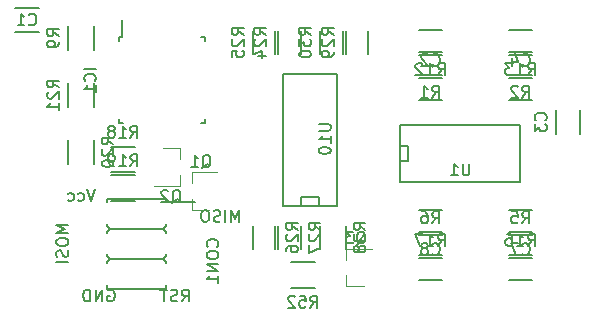
<source format=gbr>
G04 #@! TF.FileFunction,Legend,Bot*
%FSLAX46Y46*%
G04 Gerber Fmt 4.6, Leading zero omitted, Abs format (unit mm)*
G04 Created by KiCad (PCBNEW 4.0.5+dfsg1-4) date Sun Sep  9 21:55:47 2018*
%MOMM*%
%LPD*%
G01*
G04 APERTURE LIST*
%ADD10C,0.100000*%
%ADD11C,0.200000*%
%ADD12C,0.150000*%
%ADD13C,0.120000*%
G04 APERTURE END LIST*
D10*
D11*
X53514428Y-39949381D02*
X53514428Y-38949381D01*
X53181094Y-39663667D01*
X52847761Y-38949381D01*
X52847761Y-39949381D01*
X52371571Y-39949381D02*
X52371571Y-38949381D01*
X51943000Y-39901762D02*
X51800143Y-39949381D01*
X51562047Y-39949381D01*
X51466809Y-39901762D01*
X51419190Y-39854143D01*
X51371571Y-39758905D01*
X51371571Y-39663667D01*
X51419190Y-39568429D01*
X51466809Y-39520810D01*
X51562047Y-39473190D01*
X51752524Y-39425571D01*
X51847762Y-39377952D01*
X51895381Y-39330333D01*
X51943000Y-39235095D01*
X51943000Y-39139857D01*
X51895381Y-39044619D01*
X51847762Y-38997000D01*
X51752524Y-38949381D01*
X51514428Y-38949381D01*
X51371571Y-38997000D01*
X50752524Y-38949381D02*
X50562047Y-38949381D01*
X50466809Y-38997000D01*
X50371571Y-39092238D01*
X50323952Y-39282714D01*
X50323952Y-39616048D01*
X50371571Y-39806524D01*
X50466809Y-39901762D01*
X50562047Y-39949381D01*
X50752524Y-39949381D01*
X50847762Y-39901762D01*
X50943000Y-39806524D01*
X50990619Y-39616048D01*
X50990619Y-39282714D01*
X50943000Y-39092238D01*
X50847762Y-38997000D01*
X50752524Y-38949381D01*
X39060381Y-40211572D02*
X38060381Y-40211572D01*
X38774667Y-40544906D01*
X38060381Y-40878239D01*
X39060381Y-40878239D01*
X38060381Y-41544905D02*
X38060381Y-41735382D01*
X38108000Y-41830620D01*
X38203238Y-41925858D01*
X38393714Y-41973477D01*
X38727048Y-41973477D01*
X38917524Y-41925858D01*
X39012762Y-41830620D01*
X39060381Y-41735382D01*
X39060381Y-41544905D01*
X39012762Y-41449667D01*
X38917524Y-41354429D01*
X38727048Y-41306810D01*
X38393714Y-41306810D01*
X38203238Y-41354429D01*
X38108000Y-41449667D01*
X38060381Y-41544905D01*
X39012762Y-42354429D02*
X39060381Y-42497286D01*
X39060381Y-42735382D01*
X39012762Y-42830620D01*
X38965143Y-42878239D01*
X38869905Y-42925858D01*
X38774667Y-42925858D01*
X38679429Y-42878239D01*
X38631810Y-42830620D01*
X38584190Y-42735382D01*
X38536571Y-42544905D01*
X38488952Y-42449667D01*
X38441333Y-42402048D01*
X38346095Y-42354429D01*
X38250857Y-42354429D01*
X38155619Y-42402048D01*
X38108000Y-42449667D01*
X38060381Y-42544905D01*
X38060381Y-42783001D01*
X38108000Y-42925858D01*
X39060381Y-43354429D02*
X38060381Y-43354429D01*
X41322476Y-37171381D02*
X40989143Y-38171381D01*
X40655809Y-37171381D01*
X39893904Y-38123762D02*
X39989142Y-38171381D01*
X40179619Y-38171381D01*
X40274857Y-38123762D01*
X40322476Y-38076143D01*
X40370095Y-37980905D01*
X40370095Y-37695190D01*
X40322476Y-37599952D01*
X40274857Y-37552333D01*
X40179619Y-37504714D01*
X39989142Y-37504714D01*
X39893904Y-37552333D01*
X39036761Y-38123762D02*
X39131999Y-38171381D01*
X39322476Y-38171381D01*
X39417714Y-38123762D01*
X39465333Y-38076143D01*
X39512952Y-37980905D01*
X39512952Y-37695190D01*
X39465333Y-37599952D01*
X39417714Y-37552333D01*
X39322476Y-37504714D01*
X39131999Y-37504714D01*
X39036761Y-37552333D01*
X48680619Y-46680381D02*
X49013953Y-46204190D01*
X49252048Y-46680381D02*
X49252048Y-45680381D01*
X48871095Y-45680381D01*
X48775857Y-45728000D01*
X48728238Y-45775619D01*
X48680619Y-45870857D01*
X48680619Y-46013714D01*
X48728238Y-46108952D01*
X48775857Y-46156571D01*
X48871095Y-46204190D01*
X49252048Y-46204190D01*
X48299667Y-46632762D02*
X48156810Y-46680381D01*
X47918714Y-46680381D01*
X47823476Y-46632762D01*
X47775857Y-46585143D01*
X47728238Y-46489905D01*
X47728238Y-46394667D01*
X47775857Y-46299429D01*
X47823476Y-46251810D01*
X47918714Y-46204190D01*
X48109191Y-46156571D01*
X48204429Y-46108952D01*
X48252048Y-46061333D01*
X48299667Y-45966095D01*
X48299667Y-45870857D01*
X48252048Y-45775619D01*
X48204429Y-45728000D01*
X48109191Y-45680381D01*
X47871095Y-45680381D01*
X47728238Y-45728000D01*
X47442524Y-45680381D02*
X46871095Y-45680381D01*
X47156810Y-46680381D02*
X47156810Y-45680381D01*
X42417904Y-45728000D02*
X42513142Y-45680381D01*
X42655999Y-45680381D01*
X42798857Y-45728000D01*
X42894095Y-45823238D01*
X42941714Y-45918476D01*
X42989333Y-46108952D01*
X42989333Y-46251810D01*
X42941714Y-46442286D01*
X42894095Y-46537524D01*
X42798857Y-46632762D01*
X42655999Y-46680381D01*
X42560761Y-46680381D01*
X42417904Y-46632762D01*
X42370285Y-46585143D01*
X42370285Y-46251810D01*
X42560761Y-46251810D01*
X41941714Y-46680381D02*
X41941714Y-45680381D01*
X41370285Y-46680381D01*
X41370285Y-45680381D01*
X40894095Y-46680381D02*
X40894095Y-45680381D01*
X40656000Y-45680381D01*
X40513142Y-45728000D01*
X40417904Y-45823238D01*
X40370285Y-45918476D01*
X40322666Y-46108952D01*
X40322666Y-46251810D01*
X40370285Y-46442286D01*
X40417904Y-46537524D01*
X40513142Y-46632762D01*
X40656000Y-46680381D01*
X40894095Y-46680381D01*
D12*
X43365000Y-24315000D02*
X43590000Y-24315000D01*
X43365000Y-31565000D02*
X43690000Y-31565000D01*
X50615000Y-31565000D02*
X50290000Y-31565000D01*
X50615000Y-24315000D02*
X50290000Y-24315000D01*
X43365000Y-24315000D02*
X43365000Y-24640000D01*
X50615000Y-24315000D02*
X50615000Y-24640000D01*
X50615000Y-31565000D02*
X50615000Y-31240000D01*
X43365000Y-31565000D02*
X43365000Y-31240000D01*
X43590000Y-24315000D02*
X43590000Y-22890000D01*
X68723000Y-44890000D02*
X70723000Y-44890000D01*
X70723000Y-42740000D02*
X68723000Y-42740000D01*
X36560000Y-23885000D02*
X34560000Y-23885000D01*
X34560000Y-21835000D02*
X36560000Y-21835000D01*
X68723000Y-27550000D02*
X70723000Y-27550000D01*
X70723000Y-29600000D02*
X68723000Y-29600000D01*
X80382000Y-32496000D02*
X80382000Y-30496000D01*
X82432000Y-30496000D02*
X82432000Y-32496000D01*
X76343000Y-27550000D02*
X78343000Y-27550000D01*
X78343000Y-29600000D02*
X76343000Y-29600000D01*
X78343000Y-41030000D02*
X76343000Y-41030000D01*
X76343000Y-38980000D02*
X78343000Y-38980000D01*
X70723000Y-41030000D02*
X68723000Y-41030000D01*
X68723000Y-38980000D02*
X70723000Y-38980000D01*
X47331000Y-38283000D02*
X49756000Y-38283000D01*
X47081000Y-40513000D02*
X42581000Y-40513000D01*
X42331000Y-45593000D02*
X42331000Y-45313000D01*
X42331000Y-45593000D02*
X47331000Y-45593000D01*
X47331000Y-45593000D02*
X47331000Y-45313000D01*
X47331000Y-37973000D02*
X47331000Y-38253000D01*
X42331000Y-37973000D02*
X47331000Y-37973000D01*
X42331000Y-40132000D02*
X42331000Y-40259000D01*
X42331000Y-40259000D02*
X42585000Y-40513000D01*
X42585000Y-40513000D02*
X42331000Y-40767000D01*
X42331000Y-40767000D02*
X42331000Y-40894000D01*
X42331000Y-37973000D02*
X42331000Y-38253000D01*
X42331000Y-42672000D02*
X42331000Y-42799000D01*
X47331000Y-40894000D02*
X47331000Y-40767000D01*
X42585000Y-43053000D02*
X42331000Y-43307000D01*
X47077000Y-40513000D02*
X47331000Y-40259000D01*
X42331000Y-43307000D02*
X42331000Y-43434000D01*
X47331000Y-40259000D02*
X47331000Y-40132000D01*
X42331000Y-42799000D02*
X42585000Y-43053000D01*
X47331000Y-40767000D02*
X47077000Y-40513000D01*
X47331000Y-43434000D02*
X47331000Y-43307000D01*
X47331000Y-42799000D02*
X47331000Y-42672000D01*
X47077000Y-43053000D02*
X47331000Y-42799000D01*
X47331000Y-43307000D02*
X47077000Y-43053000D01*
X47081000Y-43053000D02*
X42581000Y-43053000D01*
D13*
X49532000Y-38918000D02*
X49532000Y-37988000D01*
X49532000Y-35758000D02*
X49532000Y-36688000D01*
X49532000Y-35758000D02*
X51692000Y-35758000D01*
X49532000Y-38918000D02*
X50992000Y-38918000D01*
X48512000Y-33726000D02*
X48512000Y-34656000D01*
X48512000Y-36886000D02*
X48512000Y-35956000D01*
X48512000Y-36886000D02*
X46352000Y-36886000D01*
X48512000Y-33726000D02*
X47052000Y-33726000D01*
X62613000Y-45395000D02*
X62613000Y-44465000D01*
X62613000Y-42235000D02*
X62613000Y-43165000D01*
X62613000Y-42235000D02*
X64773000Y-42235000D01*
X62613000Y-45395000D02*
X64073000Y-45395000D01*
D12*
X70723000Y-25595000D02*
X68723000Y-25595000D01*
X68723000Y-27745000D02*
X70723000Y-27745000D01*
X78343000Y-25595000D02*
X76343000Y-25595000D01*
X76343000Y-27745000D02*
X78343000Y-27745000D01*
X76343000Y-42985000D02*
X78343000Y-42985000D01*
X78343000Y-40835000D02*
X76343000Y-40835000D01*
X68723000Y-42985000D02*
X70723000Y-42985000D01*
X70723000Y-40835000D02*
X68723000Y-40835000D01*
X41207000Y-25384000D02*
X41207000Y-23384000D01*
X39057000Y-23384000D02*
X39057000Y-25384000D01*
X70723000Y-23690000D02*
X68723000Y-23690000D01*
X68723000Y-25840000D02*
X70723000Y-25840000D01*
X78343000Y-23690000D02*
X76343000Y-23690000D01*
X76343000Y-25840000D02*
X78343000Y-25840000D01*
X76343000Y-44890000D02*
X78343000Y-44890000D01*
X78343000Y-42740000D02*
X76343000Y-42740000D01*
X42688000Y-35746000D02*
X44688000Y-35746000D01*
X44688000Y-33596000D02*
X42688000Y-33596000D01*
X42688000Y-38159000D02*
X44688000Y-38159000D01*
X44688000Y-36009000D02*
X42688000Y-36009000D01*
X39057000Y-33036000D02*
X39057000Y-35036000D01*
X41207000Y-35036000D02*
X41207000Y-33036000D01*
X41207000Y-30210000D02*
X41207000Y-28210000D01*
X39057000Y-28210000D02*
X39057000Y-30210000D01*
X58733000Y-25765000D02*
X58733000Y-23765000D01*
X56583000Y-23765000D02*
X56583000Y-25765000D01*
X56828000Y-25765000D02*
X56828000Y-23765000D01*
X54678000Y-23765000D02*
X54678000Y-25765000D01*
X54678000Y-40275000D02*
X54678000Y-42275000D01*
X56828000Y-42275000D02*
X56828000Y-40275000D01*
X56583000Y-40275000D02*
X56583000Y-42275000D01*
X58733000Y-42275000D02*
X58733000Y-40275000D01*
X60393000Y-40275000D02*
X60393000Y-42275000D01*
X62543000Y-42275000D02*
X62543000Y-40275000D01*
X64448000Y-25765000D02*
X64448000Y-23765000D01*
X62298000Y-23765000D02*
X62298000Y-25765000D01*
X62543000Y-25765000D02*
X62543000Y-23765000D01*
X60393000Y-23765000D02*
X60393000Y-25765000D01*
X59928000Y-43375000D02*
X57928000Y-43375000D01*
X57928000Y-45525000D02*
X59928000Y-45525000D01*
X77343000Y-36576000D02*
X77343000Y-31750000D01*
X77343000Y-31750000D02*
X67183000Y-31750000D01*
X67183000Y-31750000D02*
X67183000Y-36576000D01*
X67183000Y-36576000D02*
X77343000Y-36576000D01*
X67183000Y-34798000D02*
X67818000Y-34798000D01*
X67818000Y-34798000D02*
X67818000Y-33528000D01*
X67818000Y-33528000D02*
X67183000Y-33528000D01*
X60325000Y-38608000D02*
X60325000Y-37846000D01*
X60325000Y-37846000D02*
X58801000Y-37846000D01*
X58801000Y-37846000D02*
X58801000Y-38608000D01*
X61849000Y-27432000D02*
X57277000Y-27432000D01*
X57277000Y-27432000D02*
X57277000Y-38608000D01*
X57277000Y-38608000D02*
X61849000Y-38608000D01*
X61849000Y-38608000D02*
X61849000Y-27432000D01*
X41392381Y-26963810D02*
X40392381Y-26963810D01*
X41297143Y-28011429D02*
X41344762Y-27963810D01*
X41392381Y-27820953D01*
X41392381Y-27725715D01*
X41344762Y-27582857D01*
X41249524Y-27487619D01*
X41154286Y-27440000D01*
X40963810Y-27392381D01*
X40820952Y-27392381D01*
X40630476Y-27440000D01*
X40535238Y-27487619D01*
X40440000Y-27582857D01*
X40392381Y-27725715D01*
X40392381Y-27820953D01*
X40440000Y-27963810D01*
X40487619Y-28011429D01*
X41392381Y-28963810D02*
X41392381Y-28392381D01*
X41392381Y-28678095D02*
X40392381Y-28678095D01*
X40535238Y-28582857D01*
X40630476Y-28487619D01*
X40678095Y-28392381D01*
X70365857Y-41967381D02*
X70699191Y-41491190D01*
X70937286Y-41967381D02*
X70937286Y-40967381D01*
X70556333Y-40967381D01*
X70461095Y-41015000D01*
X70413476Y-41062619D01*
X70365857Y-41157857D01*
X70365857Y-41300714D01*
X70413476Y-41395952D01*
X70461095Y-41443571D01*
X70556333Y-41491190D01*
X70937286Y-41491190D01*
X69413476Y-41967381D02*
X69984905Y-41967381D01*
X69699191Y-41967381D02*
X69699191Y-40967381D01*
X69794429Y-41110238D01*
X69889667Y-41205476D01*
X69984905Y-41253095D01*
X69080143Y-40967381D02*
X68413476Y-40967381D01*
X68842048Y-41967381D01*
X35726666Y-23217143D02*
X35774285Y-23264762D01*
X35917142Y-23312381D01*
X36012380Y-23312381D01*
X36155238Y-23264762D01*
X36250476Y-23169524D01*
X36298095Y-23074286D01*
X36345714Y-22883810D01*
X36345714Y-22740952D01*
X36298095Y-22550476D01*
X36250476Y-22455238D01*
X36155238Y-22360000D01*
X36012380Y-22312381D01*
X35917142Y-22312381D01*
X35774285Y-22360000D01*
X35726666Y-22407619D01*
X34774285Y-23312381D02*
X35345714Y-23312381D01*
X35060000Y-23312381D02*
X35060000Y-22312381D01*
X35155238Y-22455238D01*
X35250476Y-22550476D01*
X35345714Y-22598095D01*
X69889666Y-26632143D02*
X69937285Y-26679762D01*
X70080142Y-26727381D01*
X70175380Y-26727381D01*
X70318238Y-26679762D01*
X70413476Y-26584524D01*
X70461095Y-26489286D01*
X70508714Y-26298810D01*
X70508714Y-26155952D01*
X70461095Y-25965476D01*
X70413476Y-25870238D01*
X70318238Y-25775000D01*
X70175380Y-25727381D01*
X70080142Y-25727381D01*
X69937285Y-25775000D01*
X69889666Y-25822619D01*
X69508714Y-25822619D02*
X69461095Y-25775000D01*
X69365857Y-25727381D01*
X69127761Y-25727381D01*
X69032523Y-25775000D01*
X68984904Y-25822619D01*
X68937285Y-25917857D01*
X68937285Y-26013095D01*
X68984904Y-26155952D01*
X69556333Y-26727381D01*
X68937285Y-26727381D01*
X79464143Y-31329334D02*
X79511762Y-31281715D01*
X79559381Y-31138858D01*
X79559381Y-31043620D01*
X79511762Y-30900762D01*
X79416524Y-30805524D01*
X79321286Y-30757905D01*
X79130810Y-30710286D01*
X78987952Y-30710286D01*
X78797476Y-30757905D01*
X78702238Y-30805524D01*
X78607000Y-30900762D01*
X78559381Y-31043620D01*
X78559381Y-31138858D01*
X78607000Y-31281715D01*
X78654619Y-31329334D01*
X78559381Y-31662667D02*
X78559381Y-32281715D01*
X78940333Y-31948381D01*
X78940333Y-32091239D01*
X78987952Y-32186477D01*
X79035571Y-32234096D01*
X79130810Y-32281715D01*
X79368905Y-32281715D01*
X79464143Y-32234096D01*
X79511762Y-32186477D01*
X79559381Y-32091239D01*
X79559381Y-31805524D01*
X79511762Y-31710286D01*
X79464143Y-31662667D01*
X77509666Y-26632143D02*
X77557285Y-26679762D01*
X77700142Y-26727381D01*
X77795380Y-26727381D01*
X77938238Y-26679762D01*
X78033476Y-26584524D01*
X78081095Y-26489286D01*
X78128714Y-26298810D01*
X78128714Y-26155952D01*
X78081095Y-25965476D01*
X78033476Y-25870238D01*
X77938238Y-25775000D01*
X77795380Y-25727381D01*
X77700142Y-25727381D01*
X77557285Y-25775000D01*
X77509666Y-25822619D01*
X76652523Y-26060714D02*
X76652523Y-26727381D01*
X76890619Y-25679762D02*
X77128714Y-26394048D01*
X76509666Y-26394048D01*
X77509666Y-42662143D02*
X77557285Y-42709762D01*
X77700142Y-42757381D01*
X77795380Y-42757381D01*
X77938238Y-42709762D01*
X78033476Y-42614524D01*
X78081095Y-42519286D01*
X78128714Y-42328810D01*
X78128714Y-42185952D01*
X78081095Y-41995476D01*
X78033476Y-41900238D01*
X77938238Y-41805000D01*
X77795380Y-41757381D01*
X77700142Y-41757381D01*
X77557285Y-41805000D01*
X77509666Y-41852619D01*
X77176333Y-41757381D02*
X76509666Y-41757381D01*
X76938238Y-42757381D01*
X69889666Y-42662143D02*
X69937285Y-42709762D01*
X70080142Y-42757381D01*
X70175380Y-42757381D01*
X70318238Y-42709762D01*
X70413476Y-42614524D01*
X70461095Y-42519286D01*
X70508714Y-42328810D01*
X70508714Y-42185952D01*
X70461095Y-41995476D01*
X70413476Y-41900238D01*
X70318238Y-41805000D01*
X70175380Y-41757381D01*
X70080142Y-41757381D01*
X69937285Y-41805000D01*
X69889666Y-41852619D01*
X69318238Y-42185952D02*
X69413476Y-42138333D01*
X69461095Y-42090714D01*
X69508714Y-41995476D01*
X69508714Y-41947857D01*
X69461095Y-41852619D01*
X69413476Y-41805000D01*
X69318238Y-41757381D01*
X69127761Y-41757381D01*
X69032523Y-41805000D01*
X68984904Y-41852619D01*
X68937285Y-41947857D01*
X68937285Y-41995476D01*
X68984904Y-42090714D01*
X69032523Y-42138333D01*
X69127761Y-42185952D01*
X69318238Y-42185952D01*
X69413476Y-42233571D01*
X69461095Y-42281190D01*
X69508714Y-42376429D01*
X69508714Y-42566905D01*
X69461095Y-42662143D01*
X69413476Y-42709762D01*
X69318238Y-42757381D01*
X69127761Y-42757381D01*
X69032523Y-42709762D01*
X68984904Y-42662143D01*
X68937285Y-42566905D01*
X68937285Y-42376429D01*
X68984904Y-42281190D01*
X69032523Y-42233571D01*
X69127761Y-42185952D01*
X51688143Y-42038715D02*
X51735762Y-41991096D01*
X51783381Y-41848239D01*
X51783381Y-41753001D01*
X51735762Y-41610143D01*
X51640524Y-41514905D01*
X51545286Y-41467286D01*
X51354810Y-41419667D01*
X51211952Y-41419667D01*
X51021476Y-41467286D01*
X50926238Y-41514905D01*
X50831000Y-41610143D01*
X50783381Y-41753001D01*
X50783381Y-41848239D01*
X50831000Y-41991096D01*
X50878619Y-42038715D01*
X50783381Y-42657762D02*
X50783381Y-42848239D01*
X50831000Y-42943477D01*
X50926238Y-43038715D01*
X51116714Y-43086334D01*
X51450048Y-43086334D01*
X51640524Y-43038715D01*
X51735762Y-42943477D01*
X51783381Y-42848239D01*
X51783381Y-42657762D01*
X51735762Y-42562524D01*
X51640524Y-42467286D01*
X51450048Y-42419667D01*
X51116714Y-42419667D01*
X50926238Y-42467286D01*
X50831000Y-42562524D01*
X50783381Y-42657762D01*
X51783381Y-43514905D02*
X50783381Y-43514905D01*
X51783381Y-44086334D01*
X50783381Y-44086334D01*
X51783381Y-45086334D02*
X51783381Y-44514905D01*
X51783381Y-44800619D02*
X50783381Y-44800619D01*
X50926238Y-44705381D01*
X51021476Y-44610143D01*
X51069095Y-44514905D01*
X50387238Y-35385619D02*
X50482476Y-35338000D01*
X50577714Y-35242762D01*
X50720571Y-35099905D01*
X50815810Y-35052286D01*
X50911048Y-35052286D01*
X50863429Y-35290381D02*
X50958667Y-35242762D01*
X51053905Y-35147524D01*
X51101524Y-34957048D01*
X51101524Y-34623714D01*
X51053905Y-34433238D01*
X50958667Y-34338000D01*
X50863429Y-34290381D01*
X50672952Y-34290381D01*
X50577714Y-34338000D01*
X50482476Y-34433238D01*
X50434857Y-34623714D01*
X50434857Y-34957048D01*
X50482476Y-35147524D01*
X50577714Y-35242762D01*
X50672952Y-35290381D01*
X50863429Y-35290381D01*
X49482476Y-35290381D02*
X50053905Y-35290381D01*
X49768191Y-35290381D02*
X49768191Y-34290381D01*
X49863429Y-34433238D01*
X49958667Y-34528476D01*
X50053905Y-34576095D01*
X47847238Y-38353619D02*
X47942476Y-38306000D01*
X48037714Y-38210762D01*
X48180571Y-38067905D01*
X48275810Y-38020286D01*
X48371048Y-38020286D01*
X48323429Y-38258381D02*
X48418667Y-38210762D01*
X48513905Y-38115524D01*
X48561524Y-37925048D01*
X48561524Y-37591714D01*
X48513905Y-37401238D01*
X48418667Y-37306000D01*
X48323429Y-37258381D01*
X48132952Y-37258381D01*
X48037714Y-37306000D01*
X47942476Y-37401238D01*
X47894857Y-37591714D01*
X47894857Y-37925048D01*
X47942476Y-38115524D01*
X48037714Y-38210762D01*
X48132952Y-38258381D01*
X48323429Y-38258381D01*
X47513905Y-37353619D02*
X47466286Y-37306000D01*
X47371048Y-37258381D01*
X47132952Y-37258381D01*
X47037714Y-37306000D01*
X46990095Y-37353619D01*
X46942476Y-37448857D01*
X46942476Y-37544095D01*
X46990095Y-37686952D01*
X47561524Y-38258381D01*
X46942476Y-38258381D01*
X63468238Y-41862619D02*
X63563476Y-41815000D01*
X63658714Y-41719762D01*
X63801571Y-41576905D01*
X63896810Y-41529286D01*
X63992048Y-41529286D01*
X63944429Y-41767381D02*
X64039667Y-41719762D01*
X64134905Y-41624524D01*
X64182524Y-41434048D01*
X64182524Y-41100714D01*
X64134905Y-40910238D01*
X64039667Y-40815000D01*
X63944429Y-40767381D01*
X63753952Y-40767381D01*
X63658714Y-40815000D01*
X63563476Y-40910238D01*
X63515857Y-41100714D01*
X63515857Y-41434048D01*
X63563476Y-41624524D01*
X63658714Y-41719762D01*
X63753952Y-41767381D01*
X63944429Y-41767381D01*
X63182524Y-40767381D02*
X62563476Y-40767381D01*
X62896810Y-41148333D01*
X62753952Y-41148333D01*
X62658714Y-41195952D01*
X62611095Y-41243571D01*
X62563476Y-41338810D01*
X62563476Y-41576905D01*
X62611095Y-41672143D01*
X62658714Y-41719762D01*
X62753952Y-41767381D01*
X63039667Y-41767381D01*
X63134905Y-41719762D01*
X63182524Y-41672143D01*
X69889666Y-29422381D02*
X70223000Y-28946190D01*
X70461095Y-29422381D02*
X70461095Y-28422381D01*
X70080142Y-28422381D01*
X69984904Y-28470000D01*
X69937285Y-28517619D01*
X69889666Y-28612857D01*
X69889666Y-28755714D01*
X69937285Y-28850952D01*
X69984904Y-28898571D01*
X70080142Y-28946190D01*
X70461095Y-28946190D01*
X68937285Y-29422381D02*
X69508714Y-29422381D01*
X69223000Y-29422381D02*
X69223000Y-28422381D01*
X69318238Y-28565238D01*
X69413476Y-28660476D01*
X69508714Y-28708095D01*
X77509666Y-29422381D02*
X77843000Y-28946190D01*
X78081095Y-29422381D02*
X78081095Y-28422381D01*
X77700142Y-28422381D01*
X77604904Y-28470000D01*
X77557285Y-28517619D01*
X77509666Y-28612857D01*
X77509666Y-28755714D01*
X77557285Y-28850952D01*
X77604904Y-28898571D01*
X77700142Y-28946190D01*
X78081095Y-28946190D01*
X77128714Y-28517619D02*
X77081095Y-28470000D01*
X76985857Y-28422381D01*
X76747761Y-28422381D01*
X76652523Y-28470000D01*
X76604904Y-28517619D01*
X76557285Y-28612857D01*
X76557285Y-28708095D01*
X76604904Y-28850952D01*
X77176333Y-29422381D01*
X76557285Y-29422381D01*
X77509666Y-40062381D02*
X77843000Y-39586190D01*
X78081095Y-40062381D02*
X78081095Y-39062381D01*
X77700142Y-39062381D01*
X77604904Y-39110000D01*
X77557285Y-39157619D01*
X77509666Y-39252857D01*
X77509666Y-39395714D01*
X77557285Y-39490952D01*
X77604904Y-39538571D01*
X77700142Y-39586190D01*
X78081095Y-39586190D01*
X76604904Y-39062381D02*
X77081095Y-39062381D01*
X77128714Y-39538571D01*
X77081095Y-39490952D01*
X76985857Y-39443333D01*
X76747761Y-39443333D01*
X76652523Y-39490952D01*
X76604904Y-39538571D01*
X76557285Y-39633810D01*
X76557285Y-39871905D01*
X76604904Y-39967143D01*
X76652523Y-40014762D01*
X76747761Y-40062381D01*
X76985857Y-40062381D01*
X77081095Y-40014762D01*
X77128714Y-39967143D01*
X69889666Y-40062381D02*
X70223000Y-39586190D01*
X70461095Y-40062381D02*
X70461095Y-39062381D01*
X70080142Y-39062381D01*
X69984904Y-39110000D01*
X69937285Y-39157619D01*
X69889666Y-39252857D01*
X69889666Y-39395714D01*
X69937285Y-39490952D01*
X69984904Y-39538571D01*
X70080142Y-39586190D01*
X70461095Y-39586190D01*
X69032523Y-39062381D02*
X69223000Y-39062381D01*
X69318238Y-39110000D01*
X69365857Y-39157619D01*
X69461095Y-39300476D01*
X69508714Y-39490952D01*
X69508714Y-39871905D01*
X69461095Y-39967143D01*
X69413476Y-40014762D01*
X69318238Y-40062381D01*
X69127761Y-40062381D01*
X69032523Y-40014762D01*
X68984904Y-39967143D01*
X68937285Y-39871905D01*
X68937285Y-39633810D01*
X68984904Y-39538571D01*
X69032523Y-39490952D01*
X69127761Y-39443333D01*
X69318238Y-39443333D01*
X69413476Y-39490952D01*
X69461095Y-39538571D01*
X69508714Y-39633810D01*
X38284381Y-24217334D02*
X37808190Y-23884000D01*
X38284381Y-23645905D02*
X37284381Y-23645905D01*
X37284381Y-24026858D01*
X37332000Y-24122096D01*
X37379619Y-24169715D01*
X37474857Y-24217334D01*
X37617714Y-24217334D01*
X37712952Y-24169715D01*
X37760571Y-24122096D01*
X37808190Y-24026858D01*
X37808190Y-23645905D01*
X38284381Y-24693524D02*
X38284381Y-24884000D01*
X38236762Y-24979239D01*
X38189143Y-25026858D01*
X38046286Y-25122096D01*
X37855810Y-25169715D01*
X37474857Y-25169715D01*
X37379619Y-25122096D01*
X37332000Y-25074477D01*
X37284381Y-24979239D01*
X37284381Y-24788762D01*
X37332000Y-24693524D01*
X37379619Y-24645905D01*
X37474857Y-24598286D01*
X37712952Y-24598286D01*
X37808190Y-24645905D01*
X37855810Y-24693524D01*
X37903429Y-24788762D01*
X37903429Y-24979239D01*
X37855810Y-25074477D01*
X37808190Y-25122096D01*
X37712952Y-25169715D01*
X70365857Y-27517381D02*
X70699191Y-27041190D01*
X70937286Y-27517381D02*
X70937286Y-26517381D01*
X70556333Y-26517381D01*
X70461095Y-26565000D01*
X70413476Y-26612619D01*
X70365857Y-26707857D01*
X70365857Y-26850714D01*
X70413476Y-26945952D01*
X70461095Y-26993571D01*
X70556333Y-27041190D01*
X70937286Y-27041190D01*
X69413476Y-27517381D02*
X69984905Y-27517381D01*
X69699191Y-27517381D02*
X69699191Y-26517381D01*
X69794429Y-26660238D01*
X69889667Y-26755476D01*
X69984905Y-26803095D01*
X69032524Y-26612619D02*
X68984905Y-26565000D01*
X68889667Y-26517381D01*
X68651571Y-26517381D01*
X68556333Y-26565000D01*
X68508714Y-26612619D01*
X68461095Y-26707857D01*
X68461095Y-26803095D01*
X68508714Y-26945952D01*
X69080143Y-27517381D01*
X68461095Y-27517381D01*
X77985857Y-27517381D02*
X78319191Y-27041190D01*
X78557286Y-27517381D02*
X78557286Y-26517381D01*
X78176333Y-26517381D01*
X78081095Y-26565000D01*
X78033476Y-26612619D01*
X77985857Y-26707857D01*
X77985857Y-26850714D01*
X78033476Y-26945952D01*
X78081095Y-26993571D01*
X78176333Y-27041190D01*
X78557286Y-27041190D01*
X77033476Y-27517381D02*
X77604905Y-27517381D01*
X77319191Y-27517381D02*
X77319191Y-26517381D01*
X77414429Y-26660238D01*
X77509667Y-26755476D01*
X77604905Y-26803095D01*
X76700143Y-26517381D02*
X76081095Y-26517381D01*
X76414429Y-26898333D01*
X76271571Y-26898333D01*
X76176333Y-26945952D01*
X76128714Y-26993571D01*
X76081095Y-27088810D01*
X76081095Y-27326905D01*
X76128714Y-27422143D01*
X76176333Y-27469762D01*
X76271571Y-27517381D01*
X76557286Y-27517381D01*
X76652524Y-27469762D01*
X76700143Y-27422143D01*
X77985857Y-41967381D02*
X78319191Y-41491190D01*
X78557286Y-41967381D02*
X78557286Y-40967381D01*
X78176333Y-40967381D01*
X78081095Y-41015000D01*
X78033476Y-41062619D01*
X77985857Y-41157857D01*
X77985857Y-41300714D01*
X78033476Y-41395952D01*
X78081095Y-41443571D01*
X78176333Y-41491190D01*
X78557286Y-41491190D01*
X77033476Y-41967381D02*
X77604905Y-41967381D01*
X77319191Y-41967381D02*
X77319191Y-40967381D01*
X77414429Y-41110238D01*
X77509667Y-41205476D01*
X77604905Y-41253095D01*
X76176333Y-40967381D02*
X76366810Y-40967381D01*
X76462048Y-41015000D01*
X76509667Y-41062619D01*
X76604905Y-41205476D01*
X76652524Y-41395952D01*
X76652524Y-41776905D01*
X76604905Y-41872143D01*
X76557286Y-41919762D01*
X76462048Y-41967381D01*
X76271571Y-41967381D01*
X76176333Y-41919762D01*
X76128714Y-41872143D01*
X76081095Y-41776905D01*
X76081095Y-41538810D01*
X76128714Y-41443571D01*
X76176333Y-41395952D01*
X76271571Y-41348333D01*
X76462048Y-41348333D01*
X76557286Y-41395952D01*
X76604905Y-41443571D01*
X76652524Y-41538810D01*
X44330857Y-32823381D02*
X44664191Y-32347190D01*
X44902286Y-32823381D02*
X44902286Y-31823381D01*
X44521333Y-31823381D01*
X44426095Y-31871000D01*
X44378476Y-31918619D01*
X44330857Y-32013857D01*
X44330857Y-32156714D01*
X44378476Y-32251952D01*
X44426095Y-32299571D01*
X44521333Y-32347190D01*
X44902286Y-32347190D01*
X43378476Y-32823381D02*
X43949905Y-32823381D01*
X43664191Y-32823381D02*
X43664191Y-31823381D01*
X43759429Y-31966238D01*
X43854667Y-32061476D01*
X43949905Y-32109095D01*
X42807048Y-32251952D02*
X42902286Y-32204333D01*
X42949905Y-32156714D01*
X42997524Y-32061476D01*
X42997524Y-32013857D01*
X42949905Y-31918619D01*
X42902286Y-31871000D01*
X42807048Y-31823381D01*
X42616571Y-31823381D01*
X42521333Y-31871000D01*
X42473714Y-31918619D01*
X42426095Y-32013857D01*
X42426095Y-32061476D01*
X42473714Y-32156714D01*
X42521333Y-32204333D01*
X42616571Y-32251952D01*
X42807048Y-32251952D01*
X42902286Y-32299571D01*
X42949905Y-32347190D01*
X42997524Y-32442429D01*
X42997524Y-32632905D01*
X42949905Y-32728143D01*
X42902286Y-32775762D01*
X42807048Y-32823381D01*
X42616571Y-32823381D01*
X42521333Y-32775762D01*
X42473714Y-32728143D01*
X42426095Y-32632905D01*
X42426095Y-32442429D01*
X42473714Y-32347190D01*
X42521333Y-32299571D01*
X42616571Y-32251952D01*
X44330857Y-35236381D02*
X44664191Y-34760190D01*
X44902286Y-35236381D02*
X44902286Y-34236381D01*
X44521333Y-34236381D01*
X44426095Y-34284000D01*
X44378476Y-34331619D01*
X44330857Y-34426857D01*
X44330857Y-34569714D01*
X44378476Y-34664952D01*
X44426095Y-34712571D01*
X44521333Y-34760190D01*
X44902286Y-34760190D01*
X43378476Y-35236381D02*
X43949905Y-35236381D01*
X43664191Y-35236381D02*
X43664191Y-34236381D01*
X43759429Y-34379238D01*
X43854667Y-34474476D01*
X43949905Y-34522095D01*
X42902286Y-35236381D02*
X42711810Y-35236381D01*
X42616571Y-35188762D01*
X42568952Y-35141143D01*
X42473714Y-34998286D01*
X42426095Y-34807810D01*
X42426095Y-34426857D01*
X42473714Y-34331619D01*
X42521333Y-34284000D01*
X42616571Y-34236381D01*
X42807048Y-34236381D01*
X42902286Y-34284000D01*
X42949905Y-34331619D01*
X42997524Y-34426857D01*
X42997524Y-34664952D01*
X42949905Y-34760190D01*
X42902286Y-34807810D01*
X42807048Y-34855429D01*
X42616571Y-34855429D01*
X42521333Y-34807810D01*
X42473714Y-34760190D01*
X42426095Y-34664952D01*
X42884381Y-33393143D02*
X42408190Y-33059809D01*
X42884381Y-32821714D02*
X41884381Y-32821714D01*
X41884381Y-33202667D01*
X41932000Y-33297905D01*
X41979619Y-33345524D01*
X42074857Y-33393143D01*
X42217714Y-33393143D01*
X42312952Y-33345524D01*
X42360571Y-33297905D01*
X42408190Y-33202667D01*
X42408190Y-32821714D01*
X41979619Y-33774095D02*
X41932000Y-33821714D01*
X41884381Y-33916952D01*
X41884381Y-34155048D01*
X41932000Y-34250286D01*
X41979619Y-34297905D01*
X42074857Y-34345524D01*
X42170095Y-34345524D01*
X42312952Y-34297905D01*
X42884381Y-33726476D01*
X42884381Y-34345524D01*
X41884381Y-34964571D02*
X41884381Y-35059810D01*
X41932000Y-35155048D01*
X41979619Y-35202667D01*
X42074857Y-35250286D01*
X42265333Y-35297905D01*
X42503429Y-35297905D01*
X42693905Y-35250286D01*
X42789143Y-35202667D01*
X42836762Y-35155048D01*
X42884381Y-35059810D01*
X42884381Y-34964571D01*
X42836762Y-34869333D01*
X42789143Y-34821714D01*
X42693905Y-34774095D01*
X42503429Y-34726476D01*
X42265333Y-34726476D01*
X42074857Y-34774095D01*
X41979619Y-34821714D01*
X41932000Y-34869333D01*
X41884381Y-34964571D01*
X38284381Y-28567143D02*
X37808190Y-28233809D01*
X38284381Y-27995714D02*
X37284381Y-27995714D01*
X37284381Y-28376667D01*
X37332000Y-28471905D01*
X37379619Y-28519524D01*
X37474857Y-28567143D01*
X37617714Y-28567143D01*
X37712952Y-28519524D01*
X37760571Y-28471905D01*
X37808190Y-28376667D01*
X37808190Y-27995714D01*
X37379619Y-28948095D02*
X37332000Y-28995714D01*
X37284381Y-29090952D01*
X37284381Y-29329048D01*
X37332000Y-29424286D01*
X37379619Y-29471905D01*
X37474857Y-29519524D01*
X37570095Y-29519524D01*
X37712952Y-29471905D01*
X38284381Y-28900476D01*
X38284381Y-29519524D01*
X38284381Y-30471905D02*
X38284381Y-29900476D01*
X38284381Y-30186190D02*
X37284381Y-30186190D01*
X37427238Y-30090952D01*
X37522476Y-29995714D01*
X37570095Y-29900476D01*
X55810381Y-24122143D02*
X55334190Y-23788809D01*
X55810381Y-23550714D02*
X54810381Y-23550714D01*
X54810381Y-23931667D01*
X54858000Y-24026905D01*
X54905619Y-24074524D01*
X55000857Y-24122143D01*
X55143714Y-24122143D01*
X55238952Y-24074524D01*
X55286571Y-24026905D01*
X55334190Y-23931667D01*
X55334190Y-23550714D01*
X54905619Y-24503095D02*
X54858000Y-24550714D01*
X54810381Y-24645952D01*
X54810381Y-24884048D01*
X54858000Y-24979286D01*
X54905619Y-25026905D01*
X55000857Y-25074524D01*
X55096095Y-25074524D01*
X55238952Y-25026905D01*
X55810381Y-24455476D01*
X55810381Y-25074524D01*
X55143714Y-25931667D02*
X55810381Y-25931667D01*
X54762762Y-25693571D02*
X55477048Y-25455476D01*
X55477048Y-26074524D01*
X53905381Y-24122143D02*
X53429190Y-23788809D01*
X53905381Y-23550714D02*
X52905381Y-23550714D01*
X52905381Y-23931667D01*
X52953000Y-24026905D01*
X53000619Y-24074524D01*
X53095857Y-24122143D01*
X53238714Y-24122143D01*
X53333952Y-24074524D01*
X53381571Y-24026905D01*
X53429190Y-23931667D01*
X53429190Y-23550714D01*
X53000619Y-24503095D02*
X52953000Y-24550714D01*
X52905381Y-24645952D01*
X52905381Y-24884048D01*
X52953000Y-24979286D01*
X53000619Y-25026905D01*
X53095857Y-25074524D01*
X53191095Y-25074524D01*
X53333952Y-25026905D01*
X53905381Y-24455476D01*
X53905381Y-25074524D01*
X52905381Y-25979286D02*
X52905381Y-25503095D01*
X53381571Y-25455476D01*
X53333952Y-25503095D01*
X53286333Y-25598333D01*
X53286333Y-25836429D01*
X53333952Y-25931667D01*
X53381571Y-25979286D01*
X53476810Y-26026905D01*
X53714905Y-26026905D01*
X53810143Y-25979286D01*
X53857762Y-25931667D01*
X53905381Y-25836429D01*
X53905381Y-25598333D01*
X53857762Y-25503095D01*
X53810143Y-25455476D01*
X58505381Y-40632143D02*
X58029190Y-40298809D01*
X58505381Y-40060714D02*
X57505381Y-40060714D01*
X57505381Y-40441667D01*
X57553000Y-40536905D01*
X57600619Y-40584524D01*
X57695857Y-40632143D01*
X57838714Y-40632143D01*
X57933952Y-40584524D01*
X57981571Y-40536905D01*
X58029190Y-40441667D01*
X58029190Y-40060714D01*
X57600619Y-41013095D02*
X57553000Y-41060714D01*
X57505381Y-41155952D01*
X57505381Y-41394048D01*
X57553000Y-41489286D01*
X57600619Y-41536905D01*
X57695857Y-41584524D01*
X57791095Y-41584524D01*
X57933952Y-41536905D01*
X58505381Y-40965476D01*
X58505381Y-41584524D01*
X57505381Y-42441667D02*
X57505381Y-42251190D01*
X57553000Y-42155952D01*
X57600619Y-42108333D01*
X57743476Y-42013095D01*
X57933952Y-41965476D01*
X58314905Y-41965476D01*
X58410143Y-42013095D01*
X58457762Y-42060714D01*
X58505381Y-42155952D01*
X58505381Y-42346429D01*
X58457762Y-42441667D01*
X58410143Y-42489286D01*
X58314905Y-42536905D01*
X58076810Y-42536905D01*
X57981571Y-42489286D01*
X57933952Y-42441667D01*
X57886333Y-42346429D01*
X57886333Y-42155952D01*
X57933952Y-42060714D01*
X57981571Y-42013095D01*
X58076810Y-41965476D01*
X60410381Y-40632143D02*
X59934190Y-40298809D01*
X60410381Y-40060714D02*
X59410381Y-40060714D01*
X59410381Y-40441667D01*
X59458000Y-40536905D01*
X59505619Y-40584524D01*
X59600857Y-40632143D01*
X59743714Y-40632143D01*
X59838952Y-40584524D01*
X59886571Y-40536905D01*
X59934190Y-40441667D01*
X59934190Y-40060714D01*
X59505619Y-41013095D02*
X59458000Y-41060714D01*
X59410381Y-41155952D01*
X59410381Y-41394048D01*
X59458000Y-41489286D01*
X59505619Y-41536905D01*
X59600857Y-41584524D01*
X59696095Y-41584524D01*
X59838952Y-41536905D01*
X60410381Y-40965476D01*
X60410381Y-41584524D01*
X59410381Y-41917857D02*
X59410381Y-42584524D01*
X60410381Y-42155952D01*
X64220381Y-40632143D02*
X63744190Y-40298809D01*
X64220381Y-40060714D02*
X63220381Y-40060714D01*
X63220381Y-40441667D01*
X63268000Y-40536905D01*
X63315619Y-40584524D01*
X63410857Y-40632143D01*
X63553714Y-40632143D01*
X63648952Y-40584524D01*
X63696571Y-40536905D01*
X63744190Y-40441667D01*
X63744190Y-40060714D01*
X63315619Y-41013095D02*
X63268000Y-41060714D01*
X63220381Y-41155952D01*
X63220381Y-41394048D01*
X63268000Y-41489286D01*
X63315619Y-41536905D01*
X63410857Y-41584524D01*
X63506095Y-41584524D01*
X63648952Y-41536905D01*
X64220381Y-40965476D01*
X64220381Y-41584524D01*
X63648952Y-42155952D02*
X63601333Y-42060714D01*
X63553714Y-42013095D01*
X63458476Y-41965476D01*
X63410857Y-41965476D01*
X63315619Y-42013095D01*
X63268000Y-42060714D01*
X63220381Y-42155952D01*
X63220381Y-42346429D01*
X63268000Y-42441667D01*
X63315619Y-42489286D01*
X63410857Y-42536905D01*
X63458476Y-42536905D01*
X63553714Y-42489286D01*
X63601333Y-42441667D01*
X63648952Y-42346429D01*
X63648952Y-42155952D01*
X63696571Y-42060714D01*
X63744190Y-42013095D01*
X63839429Y-41965476D01*
X64029905Y-41965476D01*
X64125143Y-42013095D01*
X64172762Y-42060714D01*
X64220381Y-42155952D01*
X64220381Y-42346429D01*
X64172762Y-42441667D01*
X64125143Y-42489286D01*
X64029905Y-42536905D01*
X63839429Y-42536905D01*
X63744190Y-42489286D01*
X63696571Y-42441667D01*
X63648952Y-42346429D01*
X61525381Y-24122143D02*
X61049190Y-23788809D01*
X61525381Y-23550714D02*
X60525381Y-23550714D01*
X60525381Y-23931667D01*
X60573000Y-24026905D01*
X60620619Y-24074524D01*
X60715857Y-24122143D01*
X60858714Y-24122143D01*
X60953952Y-24074524D01*
X61001571Y-24026905D01*
X61049190Y-23931667D01*
X61049190Y-23550714D01*
X60620619Y-24503095D02*
X60573000Y-24550714D01*
X60525381Y-24645952D01*
X60525381Y-24884048D01*
X60573000Y-24979286D01*
X60620619Y-25026905D01*
X60715857Y-25074524D01*
X60811095Y-25074524D01*
X60953952Y-25026905D01*
X61525381Y-24455476D01*
X61525381Y-25074524D01*
X61525381Y-25550714D02*
X61525381Y-25741190D01*
X61477762Y-25836429D01*
X61430143Y-25884048D01*
X61287286Y-25979286D01*
X61096810Y-26026905D01*
X60715857Y-26026905D01*
X60620619Y-25979286D01*
X60573000Y-25931667D01*
X60525381Y-25836429D01*
X60525381Y-25645952D01*
X60573000Y-25550714D01*
X60620619Y-25503095D01*
X60715857Y-25455476D01*
X60953952Y-25455476D01*
X61049190Y-25503095D01*
X61096810Y-25550714D01*
X61144429Y-25645952D01*
X61144429Y-25836429D01*
X61096810Y-25931667D01*
X61049190Y-25979286D01*
X60953952Y-26026905D01*
X59620381Y-24122143D02*
X59144190Y-23788809D01*
X59620381Y-23550714D02*
X58620381Y-23550714D01*
X58620381Y-23931667D01*
X58668000Y-24026905D01*
X58715619Y-24074524D01*
X58810857Y-24122143D01*
X58953714Y-24122143D01*
X59048952Y-24074524D01*
X59096571Y-24026905D01*
X59144190Y-23931667D01*
X59144190Y-23550714D01*
X58620381Y-24455476D02*
X58620381Y-25074524D01*
X59001333Y-24741190D01*
X59001333Y-24884048D01*
X59048952Y-24979286D01*
X59096571Y-25026905D01*
X59191810Y-25074524D01*
X59429905Y-25074524D01*
X59525143Y-25026905D01*
X59572762Y-24979286D01*
X59620381Y-24884048D01*
X59620381Y-24598333D01*
X59572762Y-24503095D01*
X59525143Y-24455476D01*
X58620381Y-25693571D02*
X58620381Y-25788810D01*
X58668000Y-25884048D01*
X58715619Y-25931667D01*
X58810857Y-25979286D01*
X59001333Y-26026905D01*
X59239429Y-26026905D01*
X59429905Y-25979286D01*
X59525143Y-25931667D01*
X59572762Y-25884048D01*
X59620381Y-25788810D01*
X59620381Y-25693571D01*
X59572762Y-25598333D01*
X59525143Y-25550714D01*
X59429905Y-25503095D01*
X59239429Y-25455476D01*
X59001333Y-25455476D01*
X58810857Y-25503095D01*
X58715619Y-25550714D01*
X58668000Y-25598333D01*
X58620381Y-25693571D01*
X59570857Y-47202381D02*
X59904191Y-46726190D01*
X60142286Y-47202381D02*
X60142286Y-46202381D01*
X59761333Y-46202381D01*
X59666095Y-46250000D01*
X59618476Y-46297619D01*
X59570857Y-46392857D01*
X59570857Y-46535714D01*
X59618476Y-46630952D01*
X59666095Y-46678571D01*
X59761333Y-46726190D01*
X60142286Y-46726190D01*
X58666095Y-46202381D02*
X59142286Y-46202381D01*
X59189905Y-46678571D01*
X59142286Y-46630952D01*
X59047048Y-46583333D01*
X58808952Y-46583333D01*
X58713714Y-46630952D01*
X58666095Y-46678571D01*
X58618476Y-46773810D01*
X58618476Y-47011905D01*
X58666095Y-47107143D01*
X58713714Y-47154762D01*
X58808952Y-47202381D01*
X59047048Y-47202381D01*
X59142286Y-47154762D01*
X59189905Y-47107143D01*
X58237524Y-46297619D02*
X58189905Y-46250000D01*
X58094667Y-46202381D01*
X57856571Y-46202381D01*
X57761333Y-46250000D01*
X57713714Y-46297619D01*
X57666095Y-46392857D01*
X57666095Y-46488095D01*
X57713714Y-46630952D01*
X58285143Y-47202381D01*
X57666095Y-47202381D01*
X73024905Y-35012381D02*
X73024905Y-35821905D01*
X72977286Y-35917143D01*
X72929667Y-35964762D01*
X72834429Y-36012381D01*
X72643952Y-36012381D01*
X72548714Y-35964762D01*
X72501095Y-35917143D01*
X72453476Y-35821905D01*
X72453476Y-35012381D01*
X71453476Y-36012381D02*
X72024905Y-36012381D01*
X71739191Y-36012381D02*
X71739191Y-35012381D01*
X71834429Y-35155238D01*
X71929667Y-35250476D01*
X72024905Y-35298095D01*
X60285381Y-31654905D02*
X61094905Y-31654905D01*
X61190143Y-31702524D01*
X61237762Y-31750143D01*
X61285381Y-31845381D01*
X61285381Y-32035858D01*
X61237762Y-32131096D01*
X61190143Y-32178715D01*
X61094905Y-32226334D01*
X60285381Y-32226334D01*
X61285381Y-33226334D02*
X61285381Y-32654905D01*
X61285381Y-32940619D02*
X60285381Y-32940619D01*
X60428238Y-32845381D01*
X60523476Y-32750143D01*
X60571095Y-32654905D01*
X60285381Y-33845381D02*
X60285381Y-33940620D01*
X60333000Y-34035858D01*
X60380619Y-34083477D01*
X60475857Y-34131096D01*
X60666333Y-34178715D01*
X60904429Y-34178715D01*
X61094905Y-34131096D01*
X61190143Y-34083477D01*
X61237762Y-34035858D01*
X61285381Y-33940620D01*
X61285381Y-33845381D01*
X61237762Y-33750143D01*
X61190143Y-33702524D01*
X61094905Y-33654905D01*
X60904429Y-33607286D01*
X60666333Y-33607286D01*
X60475857Y-33654905D01*
X60380619Y-33702524D01*
X60333000Y-33750143D01*
X60285381Y-33845381D01*
M02*

</source>
